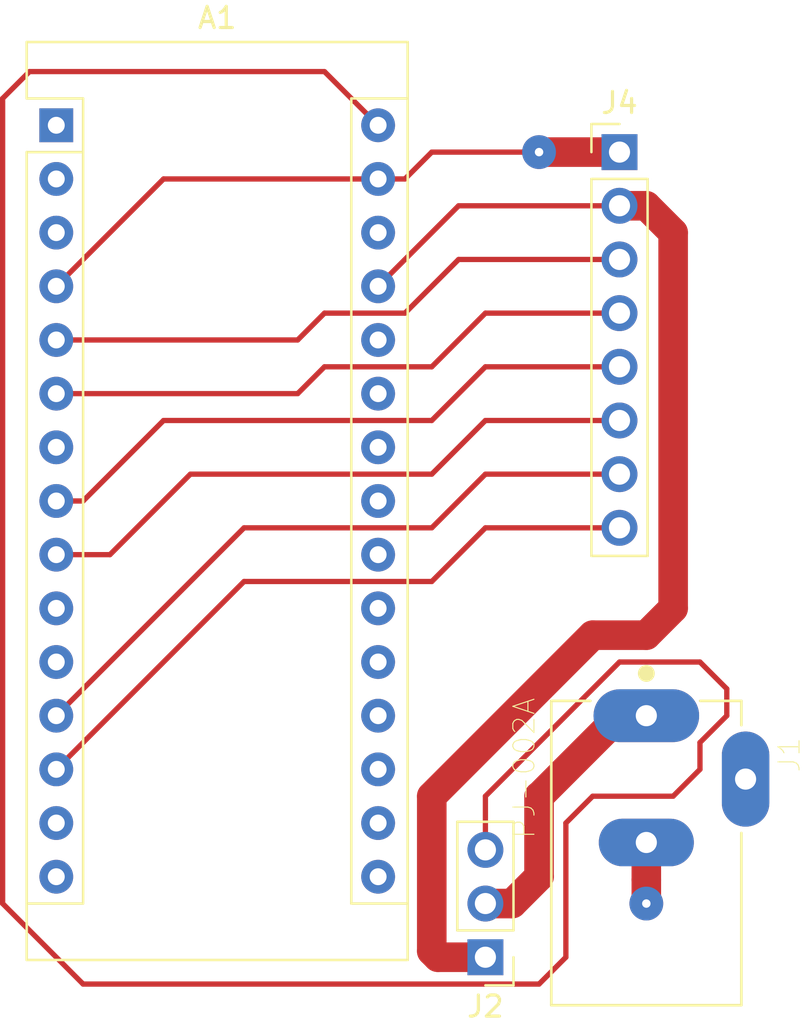
<source format=kicad_pcb>
(kicad_pcb (version 20171130) (host pcbnew "(5.0.1)-4")

  (general
    (thickness 1.6)
    (drawings 0)
    (tracks 74)
    (zones 0)
    (modules 4)
    (nets 32)
  )

  (page A4)
  (layers
    (0 F.Cu signal)
    (1 In1.Cu signal)
    (2 In2.Cu signal)
    (31 B.Cu signal)
    (32 B.Adhes user)
    (33 F.Adhes user)
    (34 B.Paste user)
    (35 F.Paste user)
    (36 B.SilkS user)
    (37 F.SilkS user)
    (38 B.Mask user)
    (39 F.Mask user)
    (40 Dwgs.User user)
    (41 Cmts.User user)
    (42 Eco1.User user)
    (43 Eco2.User user)
    (44 Edge.Cuts user)
    (45 Margin user)
    (46 B.CrtYd user)
    (47 F.CrtYd user)
    (48 B.Fab user)
    (49 F.Fab user)
  )

  (setup
    (last_trace_width 0.25)
    (trace_clearance 0.2)
    (zone_clearance 0.508)
    (zone_45_only no)
    (trace_min 0.2)
    (segment_width 0.2)
    (edge_width 0.15)
    (via_size 0.8)
    (via_drill 0.4)
    (via_min_size 0.4)
    (via_min_drill 0.3)
    (uvia_size 0.3)
    (uvia_drill 0.1)
    (uvias_allowed no)
    (uvia_min_size 0.2)
    (uvia_min_drill 0.1)
    (pcb_text_width 0.3)
    (pcb_text_size 1.5 1.5)
    (mod_edge_width 0.15)
    (mod_text_size 1 1)
    (mod_text_width 0.15)
    (pad_size 1.524 1.524)
    (pad_drill 0.762)
    (pad_to_mask_clearance 0.051)
    (solder_mask_min_width 0.25)
    (aux_axis_origin 0 0)
    (visible_elements FFFFFF7F)
    (pcbplotparams
      (layerselection 0x010fc_ffffffff)
      (usegerberextensions false)
      (usegerberattributes false)
      (usegerberadvancedattributes false)
      (creategerberjobfile false)
      (excludeedgelayer true)
      (linewidth 0.100000)
      (plotframeref false)
      (viasonmask false)
      (mode 1)
      (useauxorigin false)
      (hpglpennumber 1)
      (hpglpenspeed 20)
      (hpglpendiameter 15.000000)
      (psnegative false)
      (psa4output false)
      (plotreference true)
      (plotvalue true)
      (plotinvisibletext false)
      (padsonsilk false)
      (subtractmaskfromsilk false)
      (outputformat 1)
      (mirror false)
      (drillshape 1)
      (scaleselection 1)
      (outputdirectory ""))
  )

  (net 0 "")
  (net 1 "Net-(A1-Pad1)")
  (net 2 "Net-(A1-Pad17)")
  (net 3 "Net-(A1-Pad2)")
  (net 4 "Net-(A1-Pad18)")
  (net 5 "Net-(A1-Pad3)")
  (net 6 "Net-(A1-Pad19)")
  (net 7 GND)
  (net 8 "Net-(A1-Pad20)")
  (net 9 "Net-(A1-Pad21)")
  (net 10 "Net-(A1-Pad22)")
  (net 11 "Net-(A1-Pad7)")
  (net 12 "Net-(A1-Pad23)")
  (net 13 "Net-(A1-Pad24)")
  (net 14 "Net-(A1-Pad25)")
  (net 15 "Net-(A1-Pad10)")
  (net 16 "Net-(A1-Pad26)")
  (net 17 "Net-(A1-Pad11)")
  (net 18 "Net-(A1-Pad27)")
  (net 19 "Net-(A1-Pad28)")
  (net 20 "Net-(A1-Pad14)")
  (net 21 "Net-(A1-Pad30)")
  (net 22 "Net-(A1-Pad15)")
  (net 23 "Net-(A1-Pad16)")
  (net 24 "Net-(J1-Pad1)")
  (net 25 "Net-(J1-Pad3)")
  (net 26 IO2)
  (net 27 IO3)
  (net 28 IO5)
  (net 29 IO6)
  (net 30 IO9)
  (net 31 IO10)

  (net_class Default "This is the default net class."
    (clearance 0.2)
    (trace_width 0.25)
    (via_dia 0.8)
    (via_drill 0.4)
    (uvia_dia 0.3)
    (uvia_drill 0.1)
    (add_net GND)
    (add_net IO10)
    (add_net IO2)
    (add_net IO3)
    (add_net IO5)
    (add_net IO6)
    (add_net IO9)
    (add_net "Net-(A1-Pad1)")
    (add_net "Net-(A1-Pad10)")
    (add_net "Net-(A1-Pad11)")
    (add_net "Net-(A1-Pad14)")
    (add_net "Net-(A1-Pad15)")
    (add_net "Net-(A1-Pad16)")
    (add_net "Net-(A1-Pad17)")
    (add_net "Net-(A1-Pad18)")
    (add_net "Net-(A1-Pad19)")
    (add_net "Net-(A1-Pad2)")
    (add_net "Net-(A1-Pad20)")
    (add_net "Net-(A1-Pad21)")
    (add_net "Net-(A1-Pad22)")
    (add_net "Net-(A1-Pad23)")
    (add_net "Net-(A1-Pad24)")
    (add_net "Net-(A1-Pad25)")
    (add_net "Net-(A1-Pad26)")
    (add_net "Net-(A1-Pad27)")
    (add_net "Net-(A1-Pad28)")
    (add_net "Net-(A1-Pad3)")
    (add_net "Net-(A1-Pad30)")
    (add_net "Net-(A1-Pad7)")
    (add_net "Net-(J1-Pad1)")
    (add_net "Net-(J1-Pad3)")
  )

  (module Module:Arduino_Nano (layer F.Cu) (tedit 58ACAF70) (tstamp 5BF5EA9E)
    (at 129.54 76.2)
    (descr "Arduino Nano, http://www.mouser.com/pdfdocs/Gravitech_Arduino_Nano3_0.pdf")
    (tags "Arduino Nano")
    (path /5BF57DB9)
    (fp_text reference A1 (at 7.62 -5.08) (layer F.SilkS)
      (effects (font (size 1 1) (thickness 0.15)))
    )
    (fp_text value Arduino_Nano_v3.x (at 8.89 19.05 90) (layer F.Fab)
      (effects (font (size 1 1) (thickness 0.15)))
    )
    (fp_text user %R (at 6.35 19.05 90) (layer F.Fab)
      (effects (font (size 1 1) (thickness 0.15)))
    )
    (fp_line (start 1.27 1.27) (end 1.27 -1.27) (layer F.SilkS) (width 0.12))
    (fp_line (start 1.27 -1.27) (end -1.4 -1.27) (layer F.SilkS) (width 0.12))
    (fp_line (start -1.4 1.27) (end -1.4 39.5) (layer F.SilkS) (width 0.12))
    (fp_line (start -1.4 -3.94) (end -1.4 -1.27) (layer F.SilkS) (width 0.12))
    (fp_line (start 13.97 -1.27) (end 16.64 -1.27) (layer F.SilkS) (width 0.12))
    (fp_line (start 13.97 -1.27) (end 13.97 36.83) (layer F.SilkS) (width 0.12))
    (fp_line (start 13.97 36.83) (end 16.64 36.83) (layer F.SilkS) (width 0.12))
    (fp_line (start 1.27 1.27) (end -1.4 1.27) (layer F.SilkS) (width 0.12))
    (fp_line (start 1.27 1.27) (end 1.27 36.83) (layer F.SilkS) (width 0.12))
    (fp_line (start 1.27 36.83) (end -1.4 36.83) (layer F.SilkS) (width 0.12))
    (fp_line (start 3.81 31.75) (end 11.43 31.75) (layer F.Fab) (width 0.1))
    (fp_line (start 11.43 31.75) (end 11.43 41.91) (layer F.Fab) (width 0.1))
    (fp_line (start 11.43 41.91) (end 3.81 41.91) (layer F.Fab) (width 0.1))
    (fp_line (start 3.81 41.91) (end 3.81 31.75) (layer F.Fab) (width 0.1))
    (fp_line (start -1.4 39.5) (end 16.64 39.5) (layer F.SilkS) (width 0.12))
    (fp_line (start 16.64 39.5) (end 16.64 -3.94) (layer F.SilkS) (width 0.12))
    (fp_line (start 16.64 -3.94) (end -1.4 -3.94) (layer F.SilkS) (width 0.12))
    (fp_line (start 16.51 39.37) (end -1.27 39.37) (layer F.Fab) (width 0.1))
    (fp_line (start -1.27 39.37) (end -1.27 -2.54) (layer F.Fab) (width 0.1))
    (fp_line (start -1.27 -2.54) (end 0 -3.81) (layer F.Fab) (width 0.1))
    (fp_line (start 0 -3.81) (end 16.51 -3.81) (layer F.Fab) (width 0.1))
    (fp_line (start 16.51 -3.81) (end 16.51 39.37) (layer F.Fab) (width 0.1))
    (fp_line (start -1.53 -4.06) (end 16.75 -4.06) (layer F.CrtYd) (width 0.05))
    (fp_line (start -1.53 -4.06) (end -1.53 42.16) (layer F.CrtYd) (width 0.05))
    (fp_line (start 16.75 42.16) (end 16.75 -4.06) (layer F.CrtYd) (width 0.05))
    (fp_line (start 16.75 42.16) (end -1.53 42.16) (layer F.CrtYd) (width 0.05))
    (pad 1 thru_hole rect (at 0 0) (size 1.6 1.6) (drill 0.8) (layers *.Cu *.Mask)
      (net 1 "Net-(A1-Pad1)"))
    (pad 17 thru_hole oval (at 15.24 33.02) (size 1.6 1.6) (drill 0.8) (layers *.Cu *.Mask)
      (net 2 "Net-(A1-Pad17)"))
    (pad 2 thru_hole oval (at 0 2.54) (size 1.6 1.6) (drill 0.8) (layers *.Cu *.Mask)
      (net 3 "Net-(A1-Pad2)"))
    (pad 18 thru_hole oval (at 15.24 30.48) (size 1.6 1.6) (drill 0.8) (layers *.Cu *.Mask)
      (net 4 "Net-(A1-Pad18)"))
    (pad 3 thru_hole oval (at 0 5.08) (size 1.6 1.6) (drill 0.8) (layers *.Cu *.Mask)
      (net 5 "Net-(A1-Pad3)"))
    (pad 19 thru_hole oval (at 15.24 27.94) (size 1.6 1.6) (drill 0.8) (layers *.Cu *.Mask)
      (net 6 "Net-(A1-Pad19)"))
    (pad 4 thru_hole oval (at 0 7.62) (size 1.6 1.6) (drill 0.8) (layers *.Cu *.Mask)
      (net 7 GND))
    (pad 20 thru_hole oval (at 15.24 25.4) (size 1.6 1.6) (drill 0.8) (layers *.Cu *.Mask)
      (net 8 "Net-(A1-Pad20)"))
    (pad 5 thru_hole oval (at 0 10.16) (size 1.6 1.6) (drill 0.8) (layers *.Cu *.Mask)
      (net 26 IO2))
    (pad 21 thru_hole oval (at 15.24 22.86) (size 1.6 1.6) (drill 0.8) (layers *.Cu *.Mask)
      (net 9 "Net-(A1-Pad21)"))
    (pad 6 thru_hole oval (at 0 12.7) (size 1.6 1.6) (drill 0.8) (layers *.Cu *.Mask)
      (net 27 IO3))
    (pad 22 thru_hole oval (at 15.24 20.32) (size 1.6 1.6) (drill 0.8) (layers *.Cu *.Mask)
      (net 10 "Net-(A1-Pad22)"))
    (pad 7 thru_hole oval (at 0 15.24) (size 1.6 1.6) (drill 0.8) (layers *.Cu *.Mask)
      (net 11 "Net-(A1-Pad7)"))
    (pad 23 thru_hole oval (at 15.24 17.78) (size 1.6 1.6) (drill 0.8) (layers *.Cu *.Mask)
      (net 12 "Net-(A1-Pad23)"))
    (pad 8 thru_hole oval (at 0 17.78) (size 1.6 1.6) (drill 0.8) (layers *.Cu *.Mask)
      (net 28 IO5))
    (pad 24 thru_hole oval (at 15.24 15.24) (size 1.6 1.6) (drill 0.8) (layers *.Cu *.Mask)
      (net 13 "Net-(A1-Pad24)"))
    (pad 9 thru_hole oval (at 0 20.32) (size 1.6 1.6) (drill 0.8) (layers *.Cu *.Mask)
      (net 29 IO6))
    (pad 25 thru_hole oval (at 15.24 12.7) (size 1.6 1.6) (drill 0.8) (layers *.Cu *.Mask)
      (net 14 "Net-(A1-Pad25)"))
    (pad 10 thru_hole oval (at 0 22.86) (size 1.6 1.6) (drill 0.8) (layers *.Cu *.Mask)
      (net 15 "Net-(A1-Pad10)"))
    (pad 26 thru_hole oval (at 15.24 10.16) (size 1.6 1.6) (drill 0.8) (layers *.Cu *.Mask)
      (net 16 "Net-(A1-Pad26)"))
    (pad 11 thru_hole oval (at 0 25.4) (size 1.6 1.6) (drill 0.8) (layers *.Cu *.Mask)
      (net 17 "Net-(A1-Pad11)"))
    (pad 27 thru_hole oval (at 15.24 7.62) (size 1.6 1.6) (drill 0.8) (layers *.Cu *.Mask)
      (net 18 "Net-(A1-Pad27)"))
    (pad 12 thru_hole oval (at 0 27.94) (size 1.6 1.6) (drill 0.8) (layers *.Cu *.Mask)
      (net 30 IO9))
    (pad 28 thru_hole oval (at 15.24 5.08) (size 1.6 1.6) (drill 0.8) (layers *.Cu *.Mask)
      (net 19 "Net-(A1-Pad28)"))
    (pad 13 thru_hole oval (at 0 30.48) (size 1.6 1.6) (drill 0.8) (layers *.Cu *.Mask)
      (net 31 IO10))
    (pad 29 thru_hole oval (at 15.24 2.54) (size 1.6 1.6) (drill 0.8) (layers *.Cu *.Mask)
      (net 7 GND))
    (pad 14 thru_hole oval (at 0 33.02) (size 1.6 1.6) (drill 0.8) (layers *.Cu *.Mask)
      (net 20 "Net-(A1-Pad14)"))
    (pad 30 thru_hole oval (at 15.24 0) (size 1.6 1.6) (drill 0.8) (layers *.Cu *.Mask)
      (net 21 "Net-(A1-Pad30)"))
    (pad 15 thru_hole oval (at 0 35.56) (size 1.6 1.6) (drill 0.8) (layers *.Cu *.Mask)
      (net 22 "Net-(A1-Pad15)"))
    (pad 16 thru_hole oval (at 15.24 35.56) (size 1.6 1.6) (drill 0.8) (layers *.Cu *.Mask)
      (net 23 "Net-(A1-Pad16)"))
    (model ${KISYS3DMOD}/Module.3dshapes/Arduino_Nano_WithMountingHoles.wrl
      (at (xyz 0 0 0))
      (scale (xyz 1 1 1))
      (rotate (xyz 0 0 0))
    )
  )

  (module CUI_PJ-002A (layer F.Cu) (tedit 0) (tstamp 5C1A445B)
    (at 157.48 104.14 270)
    (path /5BF57EB7)
    (fp_text reference J1 (at 1.85153 -6.77062 270) (layer F.SilkS)
      (effects (font (size 1.00083 1.00083) (thickness 0.05)))
    )
    (fp_text value PJ-002A (at 2.48793 5.78184 270) (layer F.SilkS)
      (effects (font (size 1.00118 1.00118) (thickness 0.05)))
    )
    (fp_line (start 0.5 1.75) (end -0.5 1.75) (layer Edge.Cuts) (width 0.0001))
    (fp_line (start -0.5 1.75) (end -0.5 -1.75) (layer Edge.Cuts) (width 0.0001))
    (fp_line (start -0.5 -1.75) (end 0.5 -1.75) (layer Edge.Cuts) (width 0.0001))
    (fp_line (start 0.5 -1.75) (end 0.5 1.75) (layer Edge.Cuts) (width 0.0001))
    (fp_line (start 6.5 1.5) (end 5.5 1.5) (layer Edge.Cuts) (width 0.0001))
    (fp_line (start 5.5 1.5) (end 5.5 -1.5) (layer Edge.Cuts) (width 0.0001))
    (fp_line (start 5.5 -1.5) (end 6.5 -1.5) (layer Edge.Cuts) (width 0.0001))
    (fp_line (start 6.5 -1.5) (end 6.5 1.5) (layer Edge.Cuts) (width 0.0001))
    (fp_line (start 1.5 -4.2) (end 1.5 -5.2) (layer Edge.Cuts) (width 0.0001))
    (fp_line (start 1.5 -5.2) (end 4.5 -5.2) (layer Edge.Cuts) (width 0.0001))
    (fp_line (start 4.5 -5.2) (end 4.5 -4.2) (layer Edge.Cuts) (width 0.0001))
    (fp_line (start 4.5 -4.2) (end 1.5 -4.2) (layer Edge.Cuts) (width 0.0001))
    (fp_line (start -0.7 -4.5) (end 13.7 -4.5) (layer Dwgs.User) (width 0.127))
    (fp_line (start 13.7 -4.5) (end 13.7 4.5) (layer Dwgs.User) (width 0.127))
    (fp_line (start 13.7 4.5) (end -0.7 4.5) (layer Dwgs.User) (width 0.127))
    (fp_line (start -0.7 4.5) (end -0.7 -4.5) (layer Dwgs.User) (width 0.127))
    (fp_line (start 13.7 -4.5) (end 13.7 4.5) (layer F.SilkS) (width 0.127))
    (fp_line (start 13.7 4.5) (end -0.7 4.5) (layer F.SilkS) (width 0.127))
    (fp_line (start -0.7 -4.5) (end 0.45 -4.5) (layer F.SilkS) (width 0.127))
    (fp_line (start -0.7 4.5) (end -0.7 2.65) (layer F.SilkS) (width 0.127))
    (fp_line (start 5.55 -4.5) (end 13.7 -4.5) (layer F.SilkS) (width 0.127))
    (fp_line (start -0.7 -2.55) (end -0.7 -4.5) (layer F.SilkS) (width 0.127))
    (fp_line (start -1 -4.75) (end 0.45 -4.75) (layer Eco1.User) (width 0.05))
    (fp_line (start 0.45 -4.75) (end 0.45 -6.1) (layer Eco1.User) (width 0.05))
    (fp_line (start 0.45 -6.1) (end 5.55 -6.1) (layer Eco1.User) (width 0.05))
    (fp_line (start 5.55 -6.1) (end 5.55 -4.75) (layer Eco1.User) (width 0.05))
    (fp_line (start 5.55 -4.75) (end 14 -4.75) (layer Eco1.User) (width 0.05))
    (fp_line (start 14 -4.75) (end 14 4.75) (layer Eco1.User) (width 0.05))
    (fp_line (start 14 4.75) (end -1 4.75) (layer Eco1.User) (width 0.05))
    (fp_line (start -1 4.75) (end -1 2.35) (layer Eco1.User) (width 0.05))
    (fp_circle (center -2 0) (end -1.8 0) (layer F.SilkS) (width 0.4))
    (fp_line (start -1 -2.25) (end -1 -4.75) (layer Eco1.User) (width 0.05))
    (fp_line (start -1 -2.25) (end -1.55 -2.25) (layer Eco1.User) (width 0.05))
    (fp_line (start -1.55 -2.25) (end -1.55 2.35) (layer Eco1.User) (width 0.05))
    (fp_line (start -1.55 2.35) (end -1 2.35) (layer Eco1.User) (width 0.05))
    (pad 1 thru_hole oval (at 0 0) (size 5 2.5) (drill 1) (layers *.Cu *.Mask)
      (net 24 "Net-(J1-Pad1)"))
    (pad 2 thru_hole oval (at 6 0) (size 4.5 2.25) (drill 1) (layers *.Cu *.Mask)
      (net 7 GND))
    (pad 3 thru_hole oval (at 3 -4.7 90) (size 4.5 2.25) (drill 1) (layers *.Cu *.Mask)
      (net 25 "Net-(J1-Pad3)"))
  )

  (module Connector_PinHeader_2.54mm:PinHeader_1x03_P2.54mm_Vertical (layer F.Cu) (tedit 59FED5CC) (tstamp 5C1B0715)
    (at 149.86 115.57 180)
    (descr "Through hole straight pin header, 1x03, 2.54mm pitch, single row")
    (tags "Through hole pin header THT 1x03 2.54mm single row")
    (path /5BF5969D)
    (fp_text reference J2 (at 0 -2.33 180) (layer F.SilkS)
      (effects (font (size 1 1) (thickness 0.15)))
    )
    (fp_text value Conn_01x03_Male (at 0 7.41 180) (layer F.Fab)
      (effects (font (size 1 1) (thickness 0.15)))
    )
    (fp_line (start -0.635 -1.27) (end 1.27 -1.27) (layer F.Fab) (width 0.1))
    (fp_line (start 1.27 -1.27) (end 1.27 6.35) (layer F.Fab) (width 0.1))
    (fp_line (start 1.27 6.35) (end -1.27 6.35) (layer F.Fab) (width 0.1))
    (fp_line (start -1.27 6.35) (end -1.27 -0.635) (layer F.Fab) (width 0.1))
    (fp_line (start -1.27 -0.635) (end -0.635 -1.27) (layer F.Fab) (width 0.1))
    (fp_line (start -1.33 6.41) (end 1.33 6.41) (layer F.SilkS) (width 0.12))
    (fp_line (start -1.33 1.27) (end -1.33 6.41) (layer F.SilkS) (width 0.12))
    (fp_line (start 1.33 1.27) (end 1.33 6.41) (layer F.SilkS) (width 0.12))
    (fp_line (start -1.33 1.27) (end 1.33 1.27) (layer F.SilkS) (width 0.12))
    (fp_line (start -1.33 0) (end -1.33 -1.33) (layer F.SilkS) (width 0.12))
    (fp_line (start -1.33 -1.33) (end 0 -1.33) (layer F.SilkS) (width 0.12))
    (fp_line (start -1.8 -1.8) (end -1.8 6.85) (layer F.CrtYd) (width 0.05))
    (fp_line (start -1.8 6.85) (end 1.8 6.85) (layer F.CrtYd) (width 0.05))
    (fp_line (start 1.8 6.85) (end 1.8 -1.8) (layer F.CrtYd) (width 0.05))
    (fp_line (start 1.8 -1.8) (end -1.8 -1.8) (layer F.CrtYd) (width 0.05))
    (fp_text user %R (at 0 2.54 270) (layer F.Fab)
      (effects (font (size 1 1) (thickness 0.15)))
    )
    (pad 1 thru_hole rect (at 0 0 180) (size 1.7 1.7) (drill 1) (layers *.Cu *.Mask)
      (net 18 "Net-(A1-Pad27)"))
    (pad 2 thru_hole oval (at 0 2.54 180) (size 1.7 1.7) (drill 1) (layers *.Cu *.Mask)
      (net 24 "Net-(J1-Pad1)"))
    (pad 3 thru_hole oval (at 0 5.08 180) (size 1.7 1.7) (drill 1) (layers *.Cu *.Mask)
      (net 21 "Net-(A1-Pad30)"))
    (model ${KISYS3DMOD}/Connector_PinHeader_2.54mm.3dshapes/PinHeader_1x03_P2.54mm_Vertical.wrl
      (at (xyz 0 0 0))
      (scale (xyz 1 1 1))
      (rotate (xyz 0 0 0))
    )
  )

  (module Connector_PinHeader_2.54mm:PinHeader_1x08_P2.54mm_Vertical (layer F.Cu) (tedit 59FED5CC) (tstamp 5C33FB39)
    (at 156.21 77.47)
    (descr "Through hole straight pin header, 1x08, 2.54mm pitch, single row")
    (tags "Through hole pin header THT 1x08 2.54mm single row")
    (path /5BF5B051)
    (fp_text reference J4 (at 0 -2.33) (layer F.SilkS)
      (effects (font (size 1 1) (thickness 0.15)))
    )
    (fp_text value Conn_01x08_Male (at 0 20.11) (layer F.Fab)
      (effects (font (size 1 1) (thickness 0.15)))
    )
    (fp_line (start -0.635 -1.27) (end 1.27 -1.27) (layer F.Fab) (width 0.1))
    (fp_line (start 1.27 -1.27) (end 1.27 19.05) (layer F.Fab) (width 0.1))
    (fp_line (start 1.27 19.05) (end -1.27 19.05) (layer F.Fab) (width 0.1))
    (fp_line (start -1.27 19.05) (end -1.27 -0.635) (layer F.Fab) (width 0.1))
    (fp_line (start -1.27 -0.635) (end -0.635 -1.27) (layer F.Fab) (width 0.1))
    (fp_line (start -1.33 19.11) (end 1.33 19.11) (layer F.SilkS) (width 0.12))
    (fp_line (start -1.33 1.27) (end -1.33 19.11) (layer F.SilkS) (width 0.12))
    (fp_line (start 1.33 1.27) (end 1.33 19.11) (layer F.SilkS) (width 0.12))
    (fp_line (start -1.33 1.27) (end 1.33 1.27) (layer F.SilkS) (width 0.12))
    (fp_line (start -1.33 0) (end -1.33 -1.33) (layer F.SilkS) (width 0.12))
    (fp_line (start -1.33 -1.33) (end 0 -1.33) (layer F.SilkS) (width 0.12))
    (fp_line (start -1.8 -1.8) (end -1.8 19.55) (layer F.CrtYd) (width 0.05))
    (fp_line (start -1.8 19.55) (end 1.8 19.55) (layer F.CrtYd) (width 0.05))
    (fp_line (start 1.8 19.55) (end 1.8 -1.8) (layer F.CrtYd) (width 0.05))
    (fp_line (start 1.8 -1.8) (end -1.8 -1.8) (layer F.CrtYd) (width 0.05))
    (fp_text user %R (at 0 8.89 90) (layer F.Fab)
      (effects (font (size 1 1) (thickness 0.15)))
    )
    (pad 1 thru_hole rect (at 0 0) (size 1.7 1.7) (drill 1) (layers *.Cu *.Mask)
      (net 7 GND))
    (pad 2 thru_hole oval (at 0 2.54) (size 1.7 1.7) (drill 1) (layers *.Cu *.Mask)
      (net 18 "Net-(A1-Pad27)"))
    (pad 3 thru_hole oval (at 0 5.08) (size 1.7 1.7) (drill 1) (layers *.Cu *.Mask)
      (net 26 IO2))
    (pad 4 thru_hole oval (at 0 7.62) (size 1.7 1.7) (drill 1) (layers *.Cu *.Mask)
      (net 27 IO3))
    (pad 5 thru_hole oval (at 0 10.16) (size 1.7 1.7) (drill 1) (layers *.Cu *.Mask)
      (net 28 IO5))
    (pad 6 thru_hole oval (at 0 12.7) (size 1.7 1.7) (drill 1) (layers *.Cu *.Mask)
      (net 29 IO6))
    (pad 7 thru_hole oval (at 0 15.24) (size 1.7 1.7) (drill 1) (layers *.Cu *.Mask)
      (net 30 IO9))
    (pad 8 thru_hole oval (at 0 17.78) (size 1.7 1.7) (drill 1) (layers *.Cu *.Mask)
      (net 31 IO10))
    (model ${KISYS3DMOD}/Connector_PinHeader_2.54mm.3dshapes/PinHeader_1x08_P2.54mm_Vertical.wrl
      (at (xyz 0 0 0))
      (scale (xyz 1 1 1))
      (rotate (xyz 0 0 0))
    )
  )

  (via (at 157.48 113.03) (size 1.6) (drill 0.4) (layers F.Cu B.Cu) (net 7))
  (segment (start 134.62 78.74) (end 129.54 83.82) (width 0.25) (layer F.Cu) (net 7))
  (segment (start 144.78 78.74) (end 134.62 78.74) (width 0.25) (layer F.Cu) (net 7))
  (segment (start 144.78 78.74) (end 146.05 78.74) (width 0.25) (layer F.Cu) (net 7))
  (segment (start 147.32 77.47) (end 152.4 77.47) (width 0.25) (layer F.Cu) (net 7))
  (segment (start 146.05 78.74) (end 147.32 77.47) (width 0.25) (layer F.Cu) (net 7))
  (segment (start 157.48 110.14) (end 157.48 111.904999) (width 1.4) (layer F.Cu) (net 7))
  (segment (start 157.48 111.904999) (end 157.48 113.03) (width 1.4) (layer F.Cu) (net 7))
  (segment (start 152.4 77.47) (end 156.21 77.47) (width 1.4) (layer F.Cu) (net 7) (tstamp 5C3403F8))
  (via (at 152.4 77.47) (size 1.6) (drill 0.4) (layers F.Cu B.Cu) (net 7))
  (segment (start 148.59 80.01) (end 144.78 83.82) (width 0.25) (layer F.Cu) (net 18))
  (segment (start 156.21 80.01) (end 148.59 80.01) (width 0.25) (layer F.Cu) (net 18))
  (segment (start 147.61 115.57) (end 149.86 115.57) (width 1.4) (layer F.Cu) (net 18))
  (segment (start 147.32 115.28) (end 147.61 115.57) (width 1.4) (layer F.Cu) (net 18))
  (segment (start 156.21 80.01) (end 157.48 80.01) (width 1.4) (layer F.Cu) (net 18))
  (segment (start 157.48 80.01) (end 158.75 81.28) (width 1.4) (layer F.Cu) (net 18))
  (segment (start 158.75 81.28) (end 158.75 99.06) (width 1.4) (layer F.Cu) (net 18))
  (segment (start 158.75 99.06) (end 157.48 100.33) (width 1.4) (layer F.Cu) (net 18))
  (segment (start 157.48 100.33) (end 154.94 100.33) (width 1.4) (layer F.Cu) (net 18))
  (segment (start 147.32 107.95) (end 147.32 115.28) (width 1.4) (layer F.Cu) (net 18))
  (segment (start 154.94 100.33) (end 147.32 107.95) (width 1.4) (layer F.Cu) (net 18))
  (segment (start 142.24 73.66) (end 144.78 76.2) (width 0.25) (layer F.Cu) (net 21))
  (segment (start 161.29 104.14) (end 160.02 105.41) (width 0.25) (layer F.Cu) (net 21))
  (segment (start 128.27 73.66) (end 142.24 73.66) (width 0.25) (layer F.Cu) (net 21))
  (segment (start 153.67 109.22) (end 153.67 115.57) (width 0.25) (layer F.Cu) (net 21))
  (segment (start 161.29 102.87) (end 161.29 104.14) (width 0.25) (layer F.Cu) (net 21))
  (segment (start 160.02 101.6) (end 161.29 102.87) (width 0.25) (layer F.Cu) (net 21))
  (segment (start 156.21 101.6) (end 160.02 101.6) (width 0.25) (layer F.Cu) (net 21))
  (segment (start 149.86 110.49) (end 149.86 107.95) (width 0.25) (layer F.Cu) (net 21))
  (segment (start 130.81 116.84) (end 127 113.03) (width 0.25) (layer F.Cu) (net 21))
  (segment (start 149.86 107.95) (end 156.21 101.6) (width 0.25) (layer F.Cu) (net 21))
  (segment (start 160.02 106.68) (end 158.75 107.95) (width 0.25) (layer F.Cu) (net 21))
  (segment (start 160.02 105.41) (end 160.02 106.68) (width 0.25) (layer F.Cu) (net 21))
  (segment (start 158.75 107.95) (end 154.94 107.95) (width 0.25) (layer F.Cu) (net 21))
  (segment (start 154.94 107.95) (end 153.67 109.22) (width 0.25) (layer F.Cu) (net 21))
  (segment (start 153.67 115.57) (end 152.4 116.84) (width 0.25) (layer F.Cu) (net 21))
  (segment (start 152.4 116.84) (end 130.81 116.84) (width 0.25) (layer F.Cu) (net 21))
  (segment (start 127 113.03) (end 127 74.93) (width 0.25) (layer F.Cu) (net 21))
  (segment (start 127 74.93) (end 128.27 73.66) (width 0.25) (layer F.Cu) (net 21))
  (segment (start 150.09 113.03) (end 149.86 113.03) (width 0.25) (layer F.Cu) (net 24))
  (segment (start 149.86 113.03) (end 151.13 113.03) (width 1.4) (layer F.Cu) (net 24))
  (segment (start 151.13 113.03) (end 152.4 111.76) (width 1.4) (layer F.Cu) (net 24))
  (segment (start 152.4 111.76) (end 152.4 107.95) (width 1.4) (layer F.Cu) (net 24))
  (segment (start 156.23 104.14) (end 157.48 104.14) (width 0.25) (layer F.Cu) (net 24))
  (segment (start 152.42 107.95) (end 156.23 104.14) (width 1.4) (layer F.Cu) (net 24))
  (segment (start 152.4 107.95) (end 152.42 107.95) (width 0.25) (layer F.Cu) (net 24))
  (segment (start 129.54 86.36) (end 140.97 86.36) (width 0.25) (layer F.Cu) (net 26))
  (segment (start 140.97 86.36) (end 142.24 85.09) (width 0.25) (layer F.Cu) (net 26))
  (segment (start 142.24 85.09) (end 146.05 85.09) (width 0.25) (layer F.Cu) (net 26))
  (segment (start 148.59 82.55) (end 156.21 82.55) (width 0.25) (layer F.Cu) (net 26))
  (segment (start 146.05 85.09) (end 148.59 82.55) (width 0.25) (layer F.Cu) (net 26))
  (segment (start 129.54 88.9) (end 140.97 88.9) (width 0.25) (layer F.Cu) (net 27))
  (segment (start 140.97 88.9) (end 142.24 87.63) (width 0.25) (layer F.Cu) (net 27))
  (segment (start 142.24 87.63) (end 147.32 87.63) (width 0.25) (layer F.Cu) (net 27))
  (segment (start 149.86 85.09) (end 156.21 85.09) (width 0.25) (layer F.Cu) (net 27))
  (segment (start 147.32 87.63) (end 149.86 85.09) (width 0.25) (layer F.Cu) (net 27))
  (segment (start 129.54 93.98) (end 130.81 93.98) (width 0.25) (layer F.Cu) (net 28))
  (segment (start 130.81 93.98) (end 134.62 90.17) (width 0.25) (layer F.Cu) (net 28))
  (segment (start 134.62 90.17) (end 147.32 90.17) (width 0.25) (layer F.Cu) (net 28))
  (segment (start 149.86 87.63) (end 156.21 87.63) (width 0.25) (layer F.Cu) (net 28))
  (segment (start 147.32 90.17) (end 149.86 87.63) (width 0.25) (layer F.Cu) (net 28))
  (segment (start 129.54 96.52) (end 132.08 96.52) (width 0.25) (layer F.Cu) (net 29))
  (segment (start 132.08 96.52) (end 135.89 92.71) (width 0.25) (layer F.Cu) (net 29))
  (segment (start 135.89 92.71) (end 147.32 92.71) (width 0.25) (layer F.Cu) (net 29))
  (segment (start 149.86 90.17) (end 156.21 90.17) (width 0.25) (layer F.Cu) (net 29))
  (segment (start 147.32 92.71) (end 149.86 90.17) (width 0.25) (layer F.Cu) (net 29))
  (segment (start 129.54 104.14) (end 138.43 95.25) (width 0.25) (layer F.Cu) (net 30))
  (segment (start 138.43 95.25) (end 147.32 95.25) (width 0.25) (layer F.Cu) (net 30))
  (segment (start 149.86 92.71) (end 156.21 92.71) (width 0.25) (layer F.Cu) (net 30))
  (segment (start 147.32 95.25) (end 149.86 92.71) (width 0.25) (layer F.Cu) (net 30))
  (segment (start 129.54 106.68) (end 138.43 97.79) (width 0.25) (layer F.Cu) (net 31))
  (segment (start 138.43 97.79) (end 147.32 97.79) (width 0.25) (layer F.Cu) (net 31))
  (segment (start 147.32 97.79) (end 149.86 95.25) (width 0.25) (layer F.Cu) (net 31))
  (segment (start 149.86 95.25) (end 156.21 95.25) (width 0.25) (layer F.Cu) (net 31))

)

</source>
